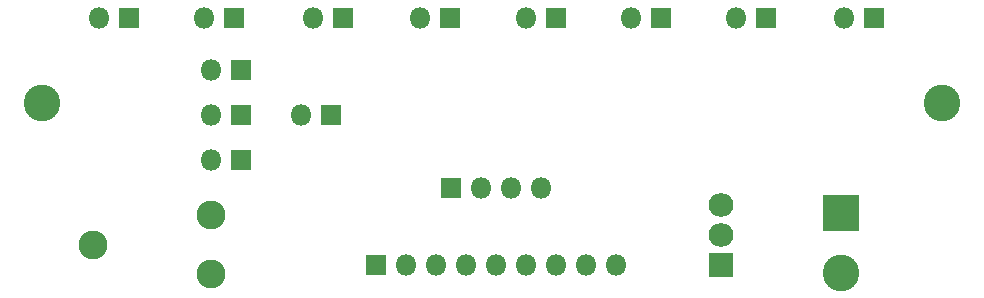
<source format=gbr>
%TF.GenerationSoftware,KiCad,Pcbnew,(5.1.6)-1*%
%TF.CreationDate,2020-11-25T17:12:48+01:00*%
%TF.ProjectId,heater_led_tempSensor_board,68656174-6572-45f6-9c65-645f74656d70,rev?*%
%TF.SameCoordinates,Original*%
%TF.FileFunction,Soldermask,Bot*%
%TF.FilePolarity,Negative*%
%FSLAX46Y46*%
G04 Gerber Fmt 4.6, Leading zero omitted, Abs format (unit mm)*
G04 Created by KiCad (PCBNEW (5.1.6)-1) date 2020-11-25 17:12:48*
%MOMM*%
%LPD*%
G01*
G04 APERTURE LIST*
%ADD10O,1.800000X1.800000*%
%ADD11R,1.800000X1.800000*%
%ADD12C,3.100000*%
%ADD13R,3.100000X3.100000*%
%ADD14C,2.440000*%
%ADD15O,2.100000X2.005000*%
%ADD16R,2.100000X2.005000*%
G04 APERTURE END LIST*
D10*
%TO.C,TH3*%
X110490000Y-101600000D03*
D11*
X113030000Y-101600000D03*
%TD*%
D10*
%TO.C,TH2*%
X110490000Y-105410000D03*
D11*
X113030000Y-105410000D03*
%TD*%
D10*
%TO.C,TH1*%
X118110000Y-101600000D03*
D11*
X120650000Y-101600000D03*
%TD*%
D12*
%TO.C,J3*%
X163830000Y-114935000D03*
D13*
X163830000Y-109855000D03*
%TD*%
D11*
%TO.C,TH4*%
X113030000Y-97790000D03*
D10*
X110490000Y-97790000D03*
%TD*%
D12*
%TO.C,REF\u002A\u002A*%
X172358637Y-100571805D03*
%TD*%
%TO.C,REF\u002A\u002A*%
X96137415Y-100545203D03*
%TD*%
D14*
%TO.C,R1*%
X110490000Y-110061398D03*
X100490000Y-112561398D03*
X110490000Y-115061398D03*
%TD*%
D15*
%TO.C,Q1*%
X153670000Y-109220000D03*
X153670000Y-111760000D03*
D16*
X153670000Y-114300000D03*
%TD*%
D10*
%TO.C,J2*%
X144780000Y-114300000D03*
X142240000Y-114300000D03*
X139700000Y-114300000D03*
X137160000Y-114300000D03*
X134620000Y-114300000D03*
X132080000Y-114300000D03*
X129540000Y-114300000D03*
X127000000Y-114300000D03*
D11*
X124460000Y-114300000D03*
%TD*%
D10*
%TO.C,J1*%
X138399669Y-107788560D03*
X135859669Y-107788560D03*
X133319669Y-107788560D03*
D11*
X130779669Y-107788560D03*
%TD*%
D10*
%TO.C,D8*%
X164096279Y-93345000D03*
D11*
X166636279Y-93345000D03*
%TD*%
D10*
%TO.C,D7*%
X154940000Y-93345000D03*
D11*
X157480000Y-93345000D03*
%TD*%
D10*
%TO.C,D6*%
X146050000Y-93345000D03*
D11*
X148590000Y-93345000D03*
%TD*%
D10*
%TO.C,D5*%
X137160000Y-93345000D03*
D11*
X139700000Y-93345000D03*
%TD*%
D10*
%TO.C,D4*%
X128164893Y-93338336D03*
D11*
X130704893Y-93338336D03*
%TD*%
D10*
%TO.C,D3*%
X119144844Y-93338336D03*
D11*
X121684844Y-93338336D03*
%TD*%
D10*
%TO.C,D2*%
X109855000Y-93345000D03*
D11*
X112395000Y-93345000D03*
%TD*%
D10*
%TO.C,D1*%
X100965000Y-93345000D03*
D11*
X103505000Y-93345000D03*
%TD*%
M02*

</source>
